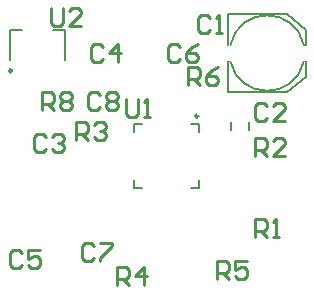
<source format=gto>
G04*
G04 #@! TF.GenerationSoftware,Altium Limited,CircuitMaker,2.0.3 (2.0.3.51)*
G04*
G04 Layer_Color=15132400*
%FSLAX44Y44*%
%MOMM*%
G71*
G04*
G04 #@! TF.SameCoordinates,91AE8199-6935-4096-B88E-BAE3D630F751*
G04*
G04*
G04 #@! TF.FilePolarity,Positive*
G04*
G01*
G75*
%ADD10C,0.2032*%
%ADD11C,0.2500*%
%ADD12C,0.2000*%
%ADD13C,0.2540*%
D10*
X204204Y230132D02*
G03*
X266446Y230132I31121J6971D01*
G01*
Y243840D02*
G03*
X204204Y243840I-31121J-6473D01*
G01*
X268224Y216982D02*
Y230132D01*
Y243840D02*
Y257048D01*
X202204Y203982D02*
Y230132D01*
Y243840D02*
Y270002D01*
Y203982D02*
X252222D01*
X268224Y216982D01*
X252222Y270002D02*
X268224Y257048D01*
X202204Y270002D02*
X252222D01*
D11*
X19284Y222250D02*
G03*
X19284Y222250I-1250J0D01*
G01*
X177000Y183750D02*
G03*
X177000Y183750I-1250J0D01*
G01*
D12*
X17894Y231070D02*
Y257070D01*
X27394D01*
X63894Y231070D02*
Y257070D01*
X54394D02*
X63894D01*
X204344Y172014D02*
Y179014D01*
X220344Y172014D02*
Y179014D01*
X170500Y177250D02*
X177250D01*
Y170500D02*
Y177250D01*
Y122750D02*
Y129500D01*
X170500Y122750D02*
X177250D01*
X122750D02*
X129500D01*
X122750D02*
Y129500D01*
Y177250D02*
X129500D01*
X122750Y170500D02*
Y177250D01*
D13*
X52304Y275117D02*
Y262422D01*
X54843Y259883D01*
X59922D01*
X62461Y262422D01*
Y275117D01*
X77696Y259883D02*
X67539D01*
X77696Y270039D01*
Y272578D01*
X75157Y275117D01*
X70078D01*
X67539Y272578D01*
X115827Y198372D02*
Y185676D01*
X118366Y183137D01*
X123445D01*
X125984Y185676D01*
Y198372D01*
X131062Y183137D02*
X136141D01*
X133602D01*
Y198372D01*
X131062Y195832D01*
X44454Y189233D02*
Y204468D01*
X52072D01*
X54611Y201928D01*
Y196850D01*
X52072Y194311D01*
X44454D01*
X49532D02*
X54611Y189233D01*
X59689Y201928D02*
X62228Y204468D01*
X67307D01*
X69846Y201928D01*
Y199389D01*
X67307Y196850D01*
X69846Y194311D01*
Y191772D01*
X67307Y189233D01*
X62228D01*
X59689Y191772D01*
Y194311D01*
X62228Y196850D01*
X59689Y199389D01*
Y201928D01*
X62228Y196850D02*
X67307D01*
X168402Y210312D02*
Y225547D01*
X176019D01*
X178559Y223008D01*
Y217929D01*
X176019Y215390D01*
X168402D01*
X173480D02*
X178559Y210312D01*
X193794Y225547D02*
X188715Y223008D01*
X183637Y217929D01*
Y212851D01*
X186176Y210312D01*
X191255D01*
X193794Y212851D01*
Y215390D01*
X191255Y217929D01*
X183637D01*
X192536Y45469D02*
Y60704D01*
X200154D01*
X202693Y58164D01*
Y53086D01*
X200154Y50547D01*
X192536D01*
X197614D02*
X202693Y45469D01*
X217928Y60704D02*
X207771D01*
Y53086D01*
X212850Y55625D01*
X215389D01*
X217928Y53086D01*
Y48008D01*
X215389Y45469D01*
X210310D01*
X207771Y48008D01*
X108204Y40386D02*
Y55621D01*
X115822D01*
X118361Y53082D01*
Y48004D01*
X115822Y45464D01*
X108204D01*
X113282D02*
X118361Y40386D01*
X131057D02*
Y55621D01*
X123439Y48004D01*
X133596D01*
X73406Y163830D02*
Y179065D01*
X81024D01*
X83563Y176526D01*
Y171448D01*
X81024Y168908D01*
X73406D01*
X78484D02*
X83563Y163830D01*
X88641Y176526D02*
X91180Y179065D01*
X96259D01*
X98798Y176526D01*
Y173987D01*
X96259Y171448D01*
X93719D01*
X96259D01*
X98798Y168908D01*
Y166369D01*
X96259Y163830D01*
X91180D01*
X88641Y166369D01*
X224804Y149882D02*
Y165117D01*
X232422D01*
X234961Y162578D01*
Y157500D01*
X232422Y154961D01*
X224804D01*
X229883D02*
X234961Y149882D01*
X250196D02*
X240039D01*
X250196Y160039D01*
Y162578D01*
X247657Y165117D01*
X242578D01*
X240039Y162578D01*
X225047Y81028D02*
Y96264D01*
X232665D01*
X235204Y93724D01*
Y88646D01*
X232665Y86107D01*
X225047D01*
X230126D02*
X235204Y81028D01*
X240282D02*
X245361D01*
X242822D01*
Y96264D01*
X240282Y93724D01*
X93473Y201928D02*
X90934Y204468D01*
X85855D01*
X83316Y201928D01*
Y191772D01*
X85855Y189233D01*
X90934D01*
X93473Y191772D01*
X98551Y201928D02*
X101090Y204468D01*
X106169D01*
X108708Y201928D01*
Y199389D01*
X106169Y196850D01*
X108708Y194311D01*
Y191772D01*
X106169Y189233D01*
X101090D01*
X98551Y191772D01*
Y194311D01*
X101090Y196850D01*
X98551Y199389D01*
Y201928D01*
X101090Y196850D02*
X106169D01*
X88393Y73912D02*
X85854Y76452D01*
X80775D01*
X78236Y73912D01*
Y63756D01*
X80775Y61217D01*
X85854D01*
X88393Y63756D01*
X93471Y76452D02*
X103628D01*
Y73912D01*
X93471Y63756D01*
Y61217D01*
X161291Y242568D02*
X158752Y245107D01*
X153673D01*
X151134Y242568D01*
Y232412D01*
X153673Y229872D01*
X158752D01*
X161291Y232412D01*
X176526Y245107D02*
X171448Y242568D01*
X166369Y237490D01*
Y232412D01*
X168908Y229872D01*
X173987D01*
X176526Y232412D01*
Y234951D01*
X173987Y237490D01*
X166369D01*
X27461Y67578D02*
X24922Y70118D01*
X19843D01*
X17304Y67578D01*
Y57422D01*
X19843Y54882D01*
X24922D01*
X27461Y57422D01*
X42696Y70118D02*
X32539D01*
Y62500D01*
X37617Y65039D01*
X40157D01*
X42696Y62500D01*
Y57422D01*
X40157Y54882D01*
X35078D01*
X32539Y57422D01*
X96775Y242568D02*
X94236Y245107D01*
X89157D01*
X86618Y242568D01*
Y232412D01*
X89157Y229872D01*
X94236D01*
X96775Y232412D01*
X109471Y229872D02*
Y245107D01*
X101853Y237490D01*
X112010D01*
X48257Y166112D02*
X45718Y168651D01*
X40639D01*
X38100Y166112D01*
Y155955D01*
X40639Y153416D01*
X45718D01*
X48257Y155955D01*
X53335Y166112D02*
X55874Y168651D01*
X60953D01*
X63492Y166112D01*
Y163573D01*
X60953Y161033D01*
X58413D01*
X60953D01*
X63492Y158494D01*
Y155955D01*
X60953Y153416D01*
X55874D01*
X53335Y155955D01*
X234961Y192578D02*
X232422Y195117D01*
X227343D01*
X224804Y192578D01*
Y182422D01*
X227343Y179883D01*
X232422D01*
X234961Y182422D01*
X250196Y179883D02*
X240039D01*
X250196Y190039D01*
Y192578D01*
X247657Y195117D01*
X242578D01*
X240039Y192578D01*
X186944Y266952D02*
X184405Y269492D01*
X179326D01*
X176787Y266952D01*
Y256796D01*
X179326Y254256D01*
X184405D01*
X186944Y256796D01*
X192022Y254256D02*
X197101D01*
X194562D01*
Y269492D01*
X192022Y266952D01*
M02*

</source>
